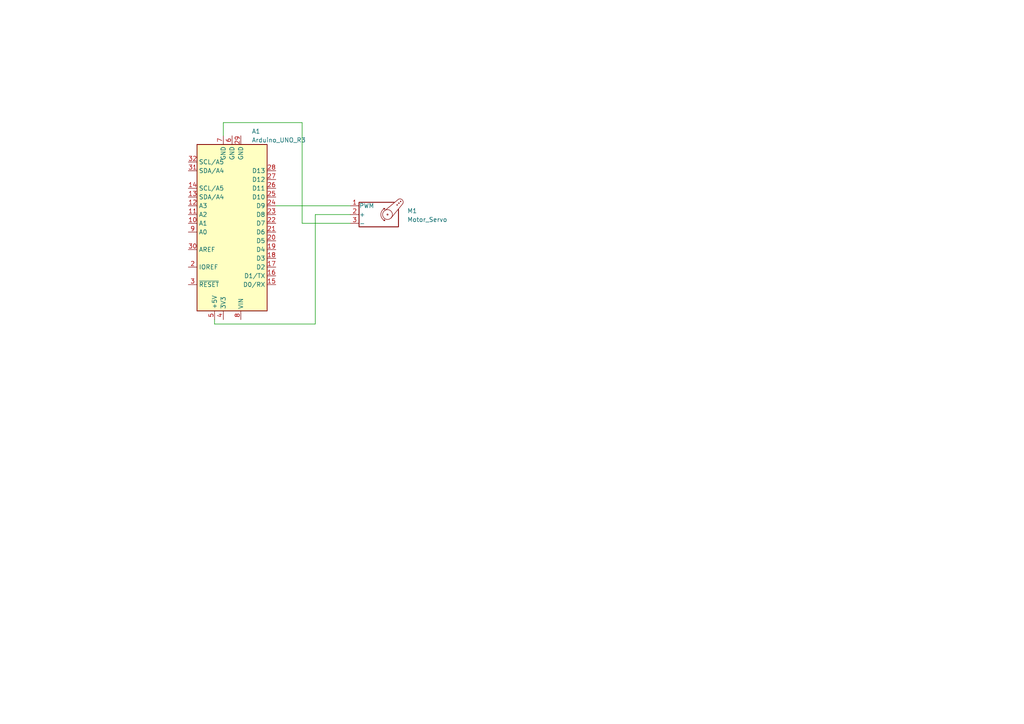
<source format=kicad_sch>
(kicad_sch (version 20230121) (generator eeschema)

  (uuid 129cb7f6-6387-431c-ac6c-9a28ec85c3b6)

  (paper "A4")

  (lib_symbols
    (symbol "MCU_Module:Arduino_UNO_R3" (in_bom yes) (on_board yes)
      (property "Reference" "A" (at -10.16 23.495 0)
        (effects (font (size 1.27 1.27)) (justify left bottom))
      )
      (property "Value" "Arduino_UNO_R3" (at 5.08 -26.67 0)
        (effects (font (size 1.27 1.27)) (justify left top))
      )
      (property "Footprint" "Module:Arduino_UNO_R3" (at 0 0 0)
        (effects (font (size 1.27 1.27) italic) hide)
      )
      (property "Datasheet" "https://www.arduino.cc/en/Main/arduinoBoardUno" (at 0 0 0)
        (effects (font (size 1.27 1.27)) hide)
      )
      (property "ki_keywords" "Arduino UNO R3 Microcontroller Module Atmel AVR USB" (at 0 0 0)
        (effects (font (size 1.27 1.27)) hide)
      )
      (property "ki_description" "Arduino UNO Microcontroller Module, release 3" (at 0 0 0)
        (effects (font (size 1.27 1.27)) hide)
      )
      (property "ki_fp_filters" "Arduino*UNO*R3*" (at 0 0 0)
        (effects (font (size 1.27 1.27)) hide)
      )
      (symbol "Arduino_UNO_R3_0_1"
        (rectangle (start -10.16 22.86) (end 10.16 -25.4)
          (stroke (width 0.254) (type default))
          (fill (type background))
        )
      )
      (symbol "Arduino_UNO_R3_1_1"
        (pin no_connect line (at -10.16 -20.32 0) (length 2.54) hide
          (name "NC" (effects (font (size 1.27 1.27))))
          (number "1" (effects (font (size 1.27 1.27))))
        )
        (pin bidirectional line (at 12.7 -2.54 180) (length 2.54)
          (name "A1" (effects (font (size 1.27 1.27))))
          (number "10" (effects (font (size 1.27 1.27))))
        )
        (pin bidirectional line (at 12.7 -5.08 180) (length 2.54)
          (name "A2" (effects (font (size 1.27 1.27))))
          (number "11" (effects (font (size 1.27 1.27))))
        )
        (pin bidirectional line (at 12.7 -7.62 180) (length 2.54)
          (name "A3" (effects (font (size 1.27 1.27))))
          (number "12" (effects (font (size 1.27 1.27))))
        )
        (pin bidirectional line (at 12.7 -10.16 180) (length 2.54)
          (name "SDA/A4" (effects (font (size 1.27 1.27))))
          (number "13" (effects (font (size 1.27 1.27))))
        )
        (pin bidirectional line (at 12.7 -12.7 180) (length 2.54)
          (name "SCL/A5" (effects (font (size 1.27 1.27))))
          (number "14" (effects (font (size 1.27 1.27))))
        )
        (pin bidirectional line (at -12.7 15.24 0) (length 2.54)
          (name "D0/RX" (effects (font (size 1.27 1.27))))
          (number "15" (effects (font (size 1.27 1.27))))
        )
        (pin bidirectional line (at -12.7 12.7 0) (length 2.54)
          (name "D1/TX" (effects (font (size 1.27 1.27))))
          (number "16" (effects (font (size 1.27 1.27))))
        )
        (pin bidirectional line (at -12.7 10.16 0) (length 2.54)
          (name "D2" (effects (font (size 1.27 1.27))))
          (number "17" (effects (font (size 1.27 1.27))))
        )
        (pin bidirectional line (at -12.7 7.62 0) (length 2.54)
          (name "D3" (effects (font (size 1.27 1.27))))
          (number "18" (effects (font (size 1.27 1.27))))
        )
        (pin bidirectional line (at -12.7 5.08 0) (length 2.54)
          (name "D4" (effects (font (size 1.27 1.27))))
          (number "19" (effects (font (size 1.27 1.27))))
        )
        (pin output line (at 12.7 10.16 180) (length 2.54)
          (name "IOREF" (effects (font (size 1.27 1.27))))
          (number "2" (effects (font (size 1.27 1.27))))
        )
        (pin bidirectional line (at -12.7 2.54 0) (length 2.54)
          (name "D5" (effects (font (size 1.27 1.27))))
          (number "20" (effects (font (size 1.27 1.27))))
        )
        (pin bidirectional line (at -12.7 0 0) (length 2.54)
          (name "D6" (effects (font (size 1.27 1.27))))
          (number "21" (effects (font (size 1.27 1.27))))
        )
        (pin bidirectional line (at -12.7 -2.54 0) (length 2.54)
          (name "D7" (effects (font (size 1.27 1.27))))
          (number "22" (effects (font (size 1.27 1.27))))
        )
        (pin bidirectional line (at -12.7 -5.08 0) (length 2.54)
          (name "D8" (effects (font (size 1.27 1.27))))
          (number "23" (effects (font (size 1.27 1.27))))
        )
        (pin bidirectional line (at -12.7 -7.62 0) (length 2.54)
          (name "D9" (effects (font (size 1.27 1.27))))
          (number "24" (effects (font (size 1.27 1.27))))
        )
        (pin bidirectional line (at -12.7 -10.16 0) (length 2.54)
          (name "D10" (effects (font (size 1.27 1.27))))
          (number "25" (effects (font (size 1.27 1.27))))
        )
        (pin bidirectional line (at -12.7 -12.7 0) (length 2.54)
          (name "D11" (effects (font (size 1.27 1.27))))
          (number "26" (effects (font (size 1.27 1.27))))
        )
        (pin bidirectional line (at -12.7 -15.24 0) (length 2.54)
          (name "D12" (effects (font (size 1.27 1.27))))
          (number "27" (effects (font (size 1.27 1.27))))
        )
        (pin bidirectional line (at -12.7 -17.78 0) (length 2.54)
          (name "D13" (effects (font (size 1.27 1.27))))
          (number "28" (effects (font (size 1.27 1.27))))
        )
        (pin power_in line (at -2.54 -27.94 90) (length 2.54)
          (name "GND" (effects (font (size 1.27 1.27))))
          (number "29" (effects (font (size 1.27 1.27))))
        )
        (pin input line (at 12.7 15.24 180) (length 2.54)
          (name "~{RESET}" (effects (font (size 1.27 1.27))))
          (number "3" (effects (font (size 1.27 1.27))))
        )
        (pin input line (at 12.7 5.08 180) (length 2.54)
          (name "AREF" (effects (font (size 1.27 1.27))))
          (number "30" (effects (font (size 1.27 1.27))))
        )
        (pin bidirectional line (at 12.7 -17.78 180) (length 2.54)
          (name "SDA/A4" (effects (font (size 1.27 1.27))))
          (number "31" (effects (font (size 1.27 1.27))))
        )
        (pin bidirectional line (at 12.7 -20.32 180) (length 2.54)
          (name "SCL/A5" (effects (font (size 1.27 1.27))))
          (number "32" (effects (font (size 1.27 1.27))))
        )
        (pin power_out line (at 2.54 25.4 270) (length 2.54)
          (name "3V3" (effects (font (size 1.27 1.27))))
          (number "4" (effects (font (size 1.27 1.27))))
        )
        (pin power_out line (at 5.08 25.4 270) (length 2.54)
          (name "+5V" (effects (font (size 1.27 1.27))))
          (number "5" (effects (font (size 1.27 1.27))))
        )
        (pin power_in line (at 0 -27.94 90) (length 2.54)
          (name "GND" (effects (font (size 1.27 1.27))))
          (number "6" (effects (font (size 1.27 1.27))))
        )
        (pin power_in line (at 2.54 -27.94 90) (length 2.54)
          (name "GND" (effects (font (size 1.27 1.27))))
          (number "7" (effects (font (size 1.27 1.27))))
        )
        (pin power_in line (at -2.54 25.4 270) (length 2.54)
          (name "VIN" (effects (font (size 1.27 1.27))))
          (number "8" (effects (font (size 1.27 1.27))))
        )
        (pin bidirectional line (at 12.7 0 180) (length 2.54)
          (name "A0" (effects (font (size 1.27 1.27))))
          (number "9" (effects (font (size 1.27 1.27))))
        )
      )
    )
    (symbol "Motor:Motor_Servo" (pin_names (offset 0.0254)) (in_bom yes) (on_board yes)
      (property "Reference" "M" (at -5.08 4.445 0)
        (effects (font (size 1.27 1.27)) (justify left))
      )
      (property "Value" "Motor_Servo" (at -5.08 -4.064 0)
        (effects (font (size 1.27 1.27)) (justify left top))
      )
      (property "Footprint" "" (at 0 -4.826 0)
        (effects (font (size 1.27 1.27)) hide)
      )
      (property "Datasheet" "http://forums.parallax.com/uploads/attachments/46831/74481.png" (at 0 -4.826 0)
        (effects (font (size 1.27 1.27)) hide)
      )
      (property "ki_keywords" "Servo Motor" (at 0 0 0)
        (effects (font (size 1.27 1.27)) hide)
      )
      (property "ki_description" "Servo Motor (Futaba, HiTec, JR connector)" (at 0 0 0)
        (effects (font (size 1.27 1.27)) hide)
      )
      (property "ki_fp_filters" "PinHeader*P2.54mm*" (at 0 0 0)
        (effects (font (size 1.27 1.27)) hide)
      )
      (symbol "Motor_Servo_0_1"
        (polyline
          (pts
            (xy 2.413 -1.778)
            (xy 2.032 -1.778)
          )
          (stroke (width 0) (type default))
          (fill (type none))
        )
        (polyline
          (pts
            (xy 2.413 -1.778)
            (xy 2.286 -1.397)
          )
          (stroke (width 0) (type default))
          (fill (type none))
        )
        (polyline
          (pts
            (xy 2.413 1.778)
            (xy 1.905 1.778)
          )
          (stroke (width 0) (type default))
          (fill (type none))
        )
        (polyline
          (pts
            (xy 2.413 1.778)
            (xy 2.286 1.397)
          )
          (stroke (width 0) (type default))
          (fill (type none))
        )
        (polyline
          (pts
            (xy 6.35 4.445)
            (xy 2.54 1.27)
          )
          (stroke (width 0) (type default))
          (fill (type none))
        )
        (polyline
          (pts
            (xy 7.62 3.175)
            (xy 4.191 -1.016)
          )
          (stroke (width 0) (type default))
          (fill (type none))
        )
        (polyline
          (pts
            (xy 5.08 3.556)
            (xy -5.08 3.556)
            (xy -5.08 -3.556)
            (xy 6.35 -3.556)
            (xy 6.35 1.524)
          )
          (stroke (width 0.254) (type default))
          (fill (type none))
        )
        (arc (start 2.413 1.778) (mid 1.2406 0) (end 2.413 -1.778)
          (stroke (width 0) (type default))
          (fill (type none))
        )
        (circle (center 3.175 0) (radius 0.1778)
          (stroke (width 0) (type default))
          (fill (type none))
        )
        (circle (center 3.175 0) (radius 1.4224)
          (stroke (width 0) (type default))
          (fill (type none))
        )
        (circle (center 5.969 2.794) (radius 0.127)
          (stroke (width 0) (type default))
          (fill (type none))
        )
        (circle (center 6.477 3.302) (radius 0.127)
          (stroke (width 0) (type default))
          (fill (type none))
        )
        (circle (center 6.985 3.81) (radius 0.127)
          (stroke (width 0) (type default))
          (fill (type none))
        )
        (arc (start 7.62 3.175) (mid 7.4485 4.2735) (end 6.35 4.445)
          (stroke (width 0) (type default))
          (fill (type none))
        )
      )
      (symbol "Motor_Servo_1_1"
        (pin passive line (at -7.62 2.54 0) (length 2.54)
          (name "PWM" (effects (font (size 1.27 1.27))))
          (number "1" (effects (font (size 1.27 1.27))))
        )
        (pin passive line (at -7.62 0 0) (length 2.54)
          (name "+" (effects (font (size 1.27 1.27))))
          (number "2" (effects (font (size 1.27 1.27))))
        )
        (pin passive line (at -7.62 -2.54 0) (length 2.54)
          (name "-" (effects (font (size 1.27 1.27))))
          (number "3" (effects (font (size 1.27 1.27))))
        )
      )
    )
  )


  (wire (pts (xy 80.01 59.69) (xy 101.6 59.69))
    (stroke (width 0) (type default))
    (uuid 0a527d53-8c46-4587-b080-c62cda9cc62b)
  )
  (wire (pts (xy 101.6 62.23) (xy 91.44 62.23))
    (stroke (width 0) (type default))
    (uuid 140f0485-1e92-404b-9dcb-666d7161d0aa)
  )
  (wire (pts (xy 87.63 35.56) (xy 64.77 35.56))
    (stroke (width 0) (type default))
    (uuid 1b426ab9-3c78-45bf-804a-5c74f2aaa4ae)
  )
  (wire (pts (xy 87.63 64.77) (xy 87.63 35.56))
    (stroke (width 0) (type default))
    (uuid 26c2a9c4-b8ff-41cb-9219-72ece099663c)
  )
  (wire (pts (xy 91.44 62.23) (xy 91.44 93.98))
    (stroke (width 0) (type default))
    (uuid 456b4a33-bd50-4650-848e-90abbc788c6a)
  )
  (wire (pts (xy 64.77 35.56) (xy 64.77 39.37))
    (stroke (width 0) (type default))
    (uuid 99fc3a1e-9b01-4362-952a-f5bb4475ef75)
  )
  (wire (pts (xy 62.23 92.71) (xy 62.23 93.98))
    (stroke (width 0) (type default))
    (uuid da69325f-a453-4787-8a9c-b1c204fa53f5)
  )
  (wire (pts (xy 101.6 64.77) (xy 87.63 64.77))
    (stroke (width 0) (type default))
    (uuid f0b1b309-e706-41fb-af1a-26ba0bcbf7de)
  )
  (wire (pts (xy 91.44 93.98) (xy 62.23 93.98))
    (stroke (width 0) (type default))
    (uuid feb47075-ac0e-47da-ba42-32cca3645572)
  )

  (symbol (lib_id "MCU_Module:Arduino_UNO_R3") (at 67.31 67.31 180) (unit 1)
    (in_bom yes) (on_board yes) (dnp no) (fields_autoplaced)
    (uuid 0bdfc027-789e-4905-98ed-04fc8435b760)
    (property "Reference" "A1" (at 72.9997 38.1 0)
      (effects (font (size 1.27 1.27)) (justify right))
    )
    (property "Value" "Arduino_UNO_R3" (at 72.9997 40.64 0)
      (effects (font (size 1.27 1.27)) (justify right))
    )
    (property "Footprint" "Module:Arduino_UNO_R3" (at 67.31 67.31 0)
      (effects (font (size 1.27 1.27) italic) hide)
    )
    (property "Datasheet" "https://www.arduino.cc/en/Main/arduinoBoardUno" (at 67.31 67.31 0)
      (effects (font (size 1.27 1.27)) hide)
    )
    (pin "1" (uuid 02d16ab8-89a6-4960-b7f3-2881e070a96f))
    (pin "10" (uuid fba591cd-47ab-45a2-98bb-19fd2124df1f))
    (pin "11" (uuid 90d4efc6-35e5-483a-ac90-ccfd6406225c))
    (pin "12" (uuid 329c065a-f3dc-441c-86e7-eac4f5756877))
    (pin "13" (uuid 0228bba8-da3f-4d5f-90e0-ad36a13b5dac))
    (pin "14" (uuid a8254cec-8024-4eb5-8f64-d63494026a04))
    (pin "15" (uuid 4a88d6a8-d138-42c8-8c46-a3238f59b100))
    (pin "16" (uuid 610de23d-daf0-47db-8408-6b1facd38f84))
    (pin "17" (uuid c7c3f740-609c-471b-9a2a-d22141f73b7b))
    (pin "18" (uuid 79d2ec3f-94b5-45cf-a21a-997b793969b7))
    (pin "19" (uuid e1931ab9-f6c9-4167-be04-4c11359480e3))
    (pin "2" (uuid 01d63952-cde8-4833-afa6-35d4fcd531e3))
    (pin "20" (uuid bb4767c0-47e4-411a-b4a9-e4a89916c6fb))
    (pin "21" (uuid 5cbcd838-30ce-4110-98d4-fb7f474a1757))
    (pin "22" (uuid 5e4e02cd-62ec-41e4-9657-e3823a12e100))
    (pin "23" (uuid bc7f38f6-3cd9-48e0-b1bd-123a239b5f7b))
    (pin "24" (uuid a42556ee-02c6-4a6f-ae04-a01ad273ec79))
    (pin "25" (uuid 6f13a3c4-79c0-4350-8d2d-760149cabb7c))
    (pin "26" (uuid 930916e1-8856-437c-aa9c-1e2ea05d8b10))
    (pin "27" (uuid f3a189a1-fc8d-49e5-b7bd-598abbd6f739))
    (pin "28" (uuid 6e4ca546-a609-4c43-8bea-b4019a33cbb9))
    (pin "29" (uuid c2898240-9189-4e68-86c5-e8a69292f5a0))
    (pin "3" (uuid dd2ceebd-c6ae-4d9d-ae3a-0084827e3adb))
    (pin "30" (uuid e80eb162-e957-435a-80a6-77804485f677))
    (pin "31" (uuid 8043aeb0-dbf9-432d-a5fe-1481c419fd64))
    (pin "32" (uuid 59e6937d-468c-48f2-af87-669e82966312))
    (pin "4" (uuid 1ca2d1ef-b02a-4141-bd06-5019109ee0ff))
    (pin "5" (uuid aff91cd6-ab21-4ea9-b26a-655598b79c23))
    (pin "6" (uuid 5e3a153e-6b53-4021-a0c7-efe877bf9f07))
    (pin "7" (uuid 7c23d4d7-4b7e-4c93-a546-040ff0c210f7))
    (pin "8" (uuid 8b31482e-892f-4f1d-864f-f69506a7d9c7))
    (pin "9" (uuid 9d33eff4-18ed-4ac6-b5b7-b3a894ea56d3))
    (instances
      (project "Stage 1 schematic"
        (path "/129cb7f6-6387-431c-ac6c-9a28ec85c3b6"
          (reference "A1") (unit 1)
        )
      )
    )
  )

  (symbol (lib_id "Motor:Motor_Servo") (at 109.22 62.23 0) (unit 1)
    (in_bom yes) (on_board yes) (dnp no) (fields_autoplaced)
    (uuid a861e2c6-eb75-41e1-b1f2-c175357abe22)
    (property "Reference" "M1" (at 118.11 61.1616 0)
      (effects (font (size 1.27 1.27)) (justify left))
    )
    (property "Value" "Motor_Servo" (at 118.11 63.7016 0)
      (effects (font (size 1.27 1.27)) (justify left))
    )
    (property "Footprint" "" (at 109.22 67.056 0)
      (effects (font (size 1.27 1.27)) hide)
    )
    (property "Datasheet" "http://forums.parallax.com/uploads/attachments/46831/74481.png" (at 109.22 67.056 0)
      (effects (font (size 1.27 1.27)) hide)
    )
    (pin "1" (uuid bc69de11-7aee-46ee-aedb-6b20e109fe2f))
    (pin "2" (uuid e591f437-a90f-41d2-9227-ac14bde54c2e))
    (pin "3" (uuid d2481bd8-37eb-40e3-a344-ef79c84a00d2))
    (instances
      (project "Stage 1 schematic"
        (path "/129cb7f6-6387-431c-ac6c-9a28ec85c3b6"
          (reference "M1") (unit 1)
        )
      )
    )
  )

  (sheet_instances
    (path "/" (page "1"))
  )
)

</source>
